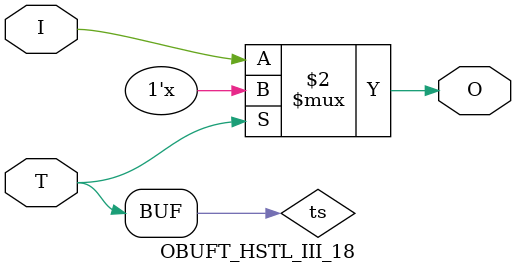
<source format=v>

/*

FUNCTION	: TRI-STATE OUTPUT BUFFER

*/

`celldefine
`timescale  100 ps / 10 ps

module OBUFT_HSTL_III_18 (O, I, T);

    output O;

    input  I, T;

    or O1 (ts, 1'b0, T);
    bufif0 T1 (O, I, ts);

endmodule

</source>
